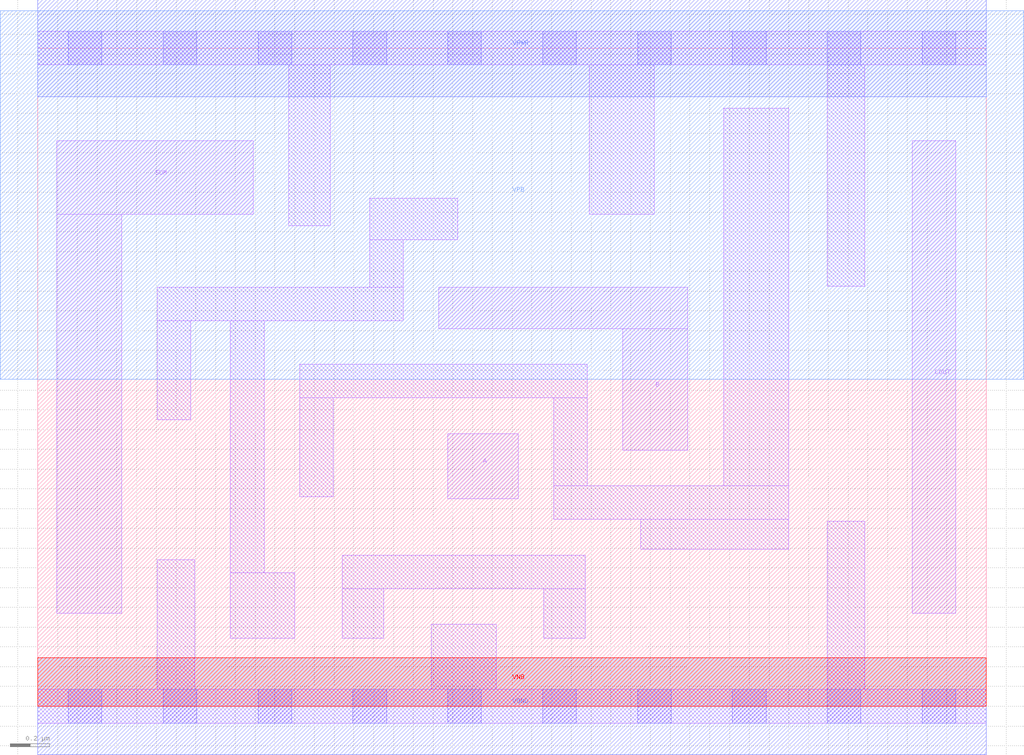
<source format=lef>
# Copyright 2020 The SkyWater PDK Authors
#
# Licensed under the Apache License, Version 2.0 (the "License");
# you may not use this file except in compliance with the License.
# You may obtain a copy of the License at
#
#     https://www.apache.org/licenses/LICENSE-2.0
#
# Unless required by applicable law or agreed to in writing, software
# distributed under the License is distributed on an "AS IS" BASIS,
# WITHOUT WARRANTIES OR CONDITIONS OF ANY KIND, either express or implied.
# See the License for the specific language governing permissions and
# limitations under the License.
#
# SPDX-License-Identifier: Apache-2.0

VERSION 5.7 ;
  NOWIREEXTENSIONATPIN ON ;
  DIVIDERCHAR "/" ;
  BUSBITCHARS "[]" ;
MACRO sky130_fd_sc_lp__ha_m
  CLASS CORE ;
  FOREIGN sky130_fd_sc_lp__ha_m ;
  ORIGIN  0.000000  0.000000 ;
  SIZE  4.800000 BY  3.330000 ;
  SYMMETRY X Y R90 ;
  SITE unit ;
  PIN A
    ANTENNAGATEAREA  0.252000 ;
    DIRECTION INPUT ;
    USE SIGNAL ;
    PORT
      LAYER li1 ;
        RECT 2.075000 1.050000 2.430000 1.380000 ;
    END
  END A
  PIN B
    ANTENNAGATEAREA  0.252000 ;
    DIRECTION INPUT ;
    USE SIGNAL ;
    PORT
      LAYER li1 ;
        RECT 2.030000 1.910000 3.290000 2.120000 ;
        RECT 2.960000 1.295000 3.290000 1.910000 ;
    END
  END B
  PIN COUT
    ANTENNADIFFAREA  0.222600 ;
    DIRECTION OUTPUT ;
    USE SIGNAL ;
    PORT
      LAYER li1 ;
        RECT 4.425000 0.470000 4.645000 2.860000 ;
    END
  END COUT
  PIN SUM
    ANTENNADIFFAREA  0.222600 ;
    DIRECTION OUTPUT ;
    USE SIGNAL ;
    PORT
      LAYER li1 ;
        RECT 0.095000 0.470000 0.425000 2.490000 ;
        RECT 0.095000 2.490000 1.090000 2.860000 ;
    END
  END SUM
  PIN VGND
    DIRECTION INOUT ;
    USE GROUND ;
    PORT
      LAYER met1 ;
        RECT 0.000000 -0.245000 4.800000 0.245000 ;
    END
  END VGND
  PIN VNB
    DIRECTION INOUT ;
    USE GROUND ;
    PORT
      LAYER pwell ;
        RECT 0.000000 0.000000 4.800000 0.245000 ;
    END
  END VNB
  PIN VPB
    DIRECTION INOUT ;
    USE POWER ;
    PORT
      LAYER nwell ;
        RECT -0.190000 1.655000 4.990000 3.520000 ;
    END
  END VPB
  PIN VPWR
    DIRECTION INOUT ;
    USE POWER ;
    PORT
      LAYER met1 ;
        RECT 0.000000 3.085000 4.800000 3.575000 ;
    END
  END VPWR
  OBS
    LAYER li1 ;
      RECT 0.000000 -0.085000 4.800000 0.085000 ;
      RECT 0.000000  3.245000 4.800000 3.415000 ;
      RECT 0.605000  0.085000 0.795000 0.740000 ;
      RECT 0.605000  1.450000 0.775000 1.950000 ;
      RECT 0.605000  1.950000 1.850000 2.120000 ;
      RECT 0.975000  0.345000 1.300000 0.675000 ;
      RECT 0.975000  0.675000 1.145000 1.950000 ;
      RECT 1.270000  2.430000 1.480000 3.245000 ;
      RECT 1.325000  1.060000 1.495000 1.560000 ;
      RECT 1.325000  1.560000 2.780000 1.730000 ;
      RECT 1.540000  0.345000 1.750000 0.595000 ;
      RECT 1.540000  0.595000 2.770000 0.765000 ;
      RECT 1.680000  2.120000 1.850000 2.360000 ;
      RECT 1.680000  2.360000 2.125000 2.570000 ;
      RECT 1.990000  0.085000 2.320000 0.415000 ;
      RECT 2.560000  0.345000 2.770000 0.595000 ;
      RECT 2.610000  0.945000 3.800000 1.115000 ;
      RECT 2.610000  1.115000 2.780000 1.560000 ;
      RECT 2.790000  2.490000 3.120000 3.245000 ;
      RECT 3.050000  0.795000 3.800000 0.945000 ;
      RECT 3.470000  1.115000 3.800000 3.025000 ;
      RECT 3.995000  0.085000 4.185000 0.935000 ;
      RECT 3.995000  2.125000 4.185000 3.245000 ;
    LAYER mcon ;
      RECT 0.155000 -0.085000 0.325000 0.085000 ;
      RECT 0.155000  3.245000 0.325000 3.415000 ;
      RECT 0.635000 -0.085000 0.805000 0.085000 ;
      RECT 0.635000  3.245000 0.805000 3.415000 ;
      RECT 1.115000 -0.085000 1.285000 0.085000 ;
      RECT 1.115000  3.245000 1.285000 3.415000 ;
      RECT 1.595000 -0.085000 1.765000 0.085000 ;
      RECT 1.595000  3.245000 1.765000 3.415000 ;
      RECT 2.075000 -0.085000 2.245000 0.085000 ;
      RECT 2.075000  3.245000 2.245000 3.415000 ;
      RECT 2.555000 -0.085000 2.725000 0.085000 ;
      RECT 2.555000  3.245000 2.725000 3.415000 ;
      RECT 3.035000 -0.085000 3.205000 0.085000 ;
      RECT 3.035000  3.245000 3.205000 3.415000 ;
      RECT 3.515000 -0.085000 3.685000 0.085000 ;
      RECT 3.515000  3.245000 3.685000 3.415000 ;
      RECT 3.995000 -0.085000 4.165000 0.085000 ;
      RECT 3.995000  3.245000 4.165000 3.415000 ;
      RECT 4.475000 -0.085000 4.645000 0.085000 ;
      RECT 4.475000  3.245000 4.645000 3.415000 ;
  END
END sky130_fd_sc_lp__ha_m
END LIBRARY

</source>
